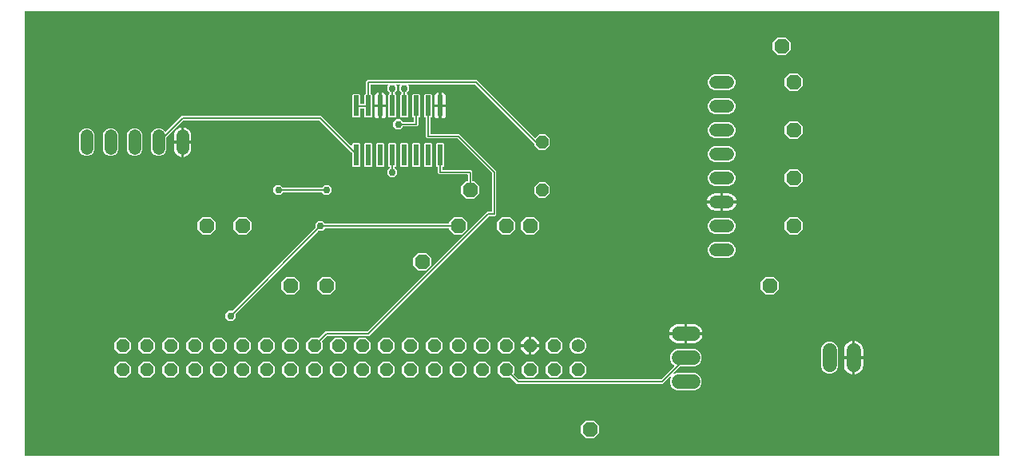
<source format=gbr>
G04 EAGLE Gerber RS-274X export*
G75*
%MOMM*%
%FSLAX34Y34*%
%LPD*%
%INTop Copper*%
%IPPOS*%
%AMOC8*
5,1,8,0,0,1.08239X$1,22.5*%
G01*
%ADD10C,1.524000*%
%ADD11P,1.732040X8X22.500000*%
%ADD12P,1.429621X8X112.500000*%
%ADD13C,1.320800*%
%ADD14C,1.422400*%
%ADD15P,1.539592X8X202.500000*%
%ADD16R,0.600000X2.200000*%
%ADD17C,0.152400*%
%ADD18C,0.756400*%

G36*
X1042998Y10164D02*
X1042998Y10164D01*
X1043017Y10162D01*
X1043119Y10184D01*
X1043221Y10200D01*
X1043238Y10210D01*
X1043258Y10214D01*
X1043347Y10267D01*
X1043438Y10316D01*
X1043452Y10330D01*
X1043469Y10340D01*
X1043536Y10419D01*
X1043608Y10494D01*
X1043616Y10512D01*
X1043629Y10527D01*
X1043668Y10623D01*
X1043711Y10717D01*
X1043713Y10737D01*
X1043721Y10755D01*
X1043739Y10922D01*
X1043739Y481078D01*
X1043736Y481098D01*
X1043738Y481117D01*
X1043716Y481219D01*
X1043700Y481321D01*
X1043690Y481338D01*
X1043686Y481358D01*
X1043633Y481447D01*
X1043584Y481538D01*
X1043570Y481552D01*
X1043560Y481569D01*
X1043481Y481636D01*
X1043406Y481708D01*
X1043388Y481716D01*
X1043373Y481729D01*
X1043277Y481768D01*
X1043183Y481811D01*
X1043163Y481813D01*
X1043145Y481821D01*
X1042978Y481839D01*
X10922Y481839D01*
X10902Y481836D01*
X10883Y481838D01*
X10781Y481816D01*
X10679Y481800D01*
X10662Y481790D01*
X10642Y481786D01*
X10553Y481733D01*
X10462Y481684D01*
X10448Y481670D01*
X10431Y481660D01*
X10364Y481581D01*
X10292Y481506D01*
X10284Y481488D01*
X10271Y481473D01*
X10232Y481377D01*
X10189Y481283D01*
X10187Y481263D01*
X10179Y481245D01*
X10161Y481078D01*
X10161Y10922D01*
X10164Y10902D01*
X10162Y10883D01*
X10184Y10781D01*
X10200Y10679D01*
X10210Y10662D01*
X10214Y10642D01*
X10267Y10553D01*
X10316Y10462D01*
X10330Y10448D01*
X10340Y10431D01*
X10419Y10364D01*
X10494Y10292D01*
X10512Y10284D01*
X10527Y10271D01*
X10623Y10232D01*
X10717Y10189D01*
X10737Y10187D01*
X10755Y10179D01*
X10922Y10161D01*
X1042978Y10161D01*
X1042998Y10164D01*
G37*
%LPC*%
G36*
X555433Y334771D02*
X555433Y334771D01*
X550671Y339533D01*
X550671Y341130D01*
X550657Y341220D01*
X550649Y341311D01*
X550637Y341340D01*
X550632Y341372D01*
X550589Y341453D01*
X550553Y341537D01*
X550527Y341569D01*
X550516Y341590D01*
X550493Y341612D01*
X550448Y341668D01*
X549940Y342176D01*
X488226Y403890D01*
X488152Y403943D01*
X488082Y404003D01*
X488052Y404015D01*
X488026Y404034D01*
X487939Y404061D01*
X487854Y404095D01*
X487813Y404099D01*
X487791Y404106D01*
X487759Y404105D01*
X487687Y404113D01*
X418029Y404113D01*
X417959Y404102D01*
X417887Y404100D01*
X417838Y404082D01*
X417787Y404074D01*
X417723Y404040D01*
X417656Y404015D01*
X417615Y403983D01*
X417569Y403958D01*
X417520Y403906D01*
X417464Y403862D01*
X417436Y403818D01*
X417400Y403780D01*
X417370Y403715D01*
X417331Y403655D01*
X417318Y403604D01*
X417296Y403557D01*
X417288Y403486D01*
X417271Y403416D01*
X417275Y403364D01*
X417269Y403313D01*
X417284Y403242D01*
X417290Y403171D01*
X417310Y403123D01*
X417321Y403072D01*
X417358Y403011D01*
X417386Y402945D01*
X417431Y402889D01*
X417448Y402861D01*
X417465Y402846D01*
X417491Y402814D01*
X418057Y402248D01*
X418057Y397852D01*
X415629Y395424D01*
X415587Y395366D01*
X415538Y395314D01*
X415516Y395267D01*
X415486Y395225D01*
X415464Y395156D01*
X415434Y395091D01*
X415429Y395039D01*
X415413Y394989D01*
X415415Y394918D01*
X415407Y394847D01*
X415418Y394796D01*
X415420Y394744D01*
X415444Y394676D01*
X415459Y394606D01*
X415486Y394561D01*
X415504Y394513D01*
X415549Y394457D01*
X415586Y394395D01*
X415625Y394361D01*
X415658Y394321D01*
X415718Y394282D01*
X415773Y394235D01*
X415821Y394216D01*
X415865Y394188D01*
X415934Y394170D01*
X416001Y394143D01*
X416072Y394135D01*
X416103Y394127D01*
X416126Y394129D01*
X416167Y394125D01*
X416382Y394125D01*
X417275Y393232D01*
X417275Y369968D01*
X416382Y369075D01*
X409118Y369075D01*
X408225Y369968D01*
X408225Y393232D01*
X409118Y394125D01*
X409333Y394125D01*
X409403Y394136D01*
X409475Y394138D01*
X409524Y394156D01*
X409575Y394164D01*
X409639Y394198D01*
X409706Y394223D01*
X409747Y394255D01*
X409793Y394280D01*
X409842Y394332D01*
X409898Y394376D01*
X409926Y394420D01*
X409962Y394458D01*
X409992Y394523D01*
X410031Y394583D01*
X410044Y394634D01*
X410066Y394681D01*
X410074Y394752D01*
X410091Y394822D01*
X410087Y394874D01*
X410093Y394925D01*
X410078Y394996D01*
X410072Y395067D01*
X410052Y395115D01*
X410041Y395166D01*
X410004Y395227D01*
X409976Y395293D01*
X409931Y395349D01*
X409914Y395377D01*
X409897Y395392D01*
X409871Y395424D01*
X407443Y397852D01*
X407443Y402248D01*
X408009Y402814D01*
X408051Y402872D01*
X408100Y402924D01*
X408122Y402971D01*
X408152Y403013D01*
X408174Y403082D01*
X408204Y403147D01*
X408209Y403199D01*
X408225Y403249D01*
X408223Y403320D01*
X408231Y403391D01*
X408220Y403442D01*
X408218Y403494D01*
X408194Y403562D01*
X408179Y403632D01*
X408152Y403677D01*
X408134Y403725D01*
X408089Y403781D01*
X408052Y403843D01*
X408013Y403877D01*
X407980Y403917D01*
X407920Y403956D01*
X407865Y404003D01*
X407817Y404022D01*
X407773Y404050D01*
X407704Y404068D01*
X407637Y404095D01*
X407566Y404103D01*
X407535Y404111D01*
X407512Y404109D01*
X407471Y404113D01*
X405329Y404113D01*
X405259Y404102D01*
X405187Y404100D01*
X405138Y404082D01*
X405087Y404074D01*
X405023Y404040D01*
X404956Y404015D01*
X404915Y403983D01*
X404869Y403958D01*
X404820Y403906D01*
X404764Y403862D01*
X404736Y403818D01*
X404700Y403780D01*
X404670Y403715D01*
X404631Y403655D01*
X404618Y403604D01*
X404596Y403557D01*
X404588Y403486D01*
X404571Y403416D01*
X404575Y403364D01*
X404569Y403313D01*
X404584Y403242D01*
X404590Y403171D01*
X404610Y403123D01*
X404621Y403072D01*
X404658Y403011D01*
X404686Y402945D01*
X404731Y402889D01*
X404748Y402861D01*
X404765Y402846D01*
X404791Y402814D01*
X405357Y402248D01*
X405357Y397852D01*
X402929Y395424D01*
X402887Y395366D01*
X402838Y395314D01*
X402816Y395267D01*
X402786Y395225D01*
X402764Y395156D01*
X402734Y395091D01*
X402729Y395039D01*
X402713Y394989D01*
X402715Y394918D01*
X402707Y394847D01*
X402718Y394796D01*
X402720Y394744D01*
X402744Y394676D01*
X402759Y394606D01*
X402786Y394561D01*
X402804Y394513D01*
X402849Y394457D01*
X402886Y394395D01*
X402925Y394361D01*
X402958Y394321D01*
X403018Y394282D01*
X403073Y394235D01*
X403121Y394216D01*
X403165Y394188D01*
X403234Y394170D01*
X403301Y394143D01*
X403372Y394135D01*
X403403Y394127D01*
X403426Y394129D01*
X403467Y394125D01*
X403682Y394125D01*
X404575Y393232D01*
X404575Y369968D01*
X403682Y369075D01*
X396418Y369075D01*
X395525Y369968D01*
X395525Y393232D01*
X396418Y394125D01*
X396633Y394125D01*
X396703Y394136D01*
X396775Y394138D01*
X396824Y394156D01*
X396875Y394164D01*
X396939Y394198D01*
X397006Y394223D01*
X397047Y394255D01*
X397093Y394280D01*
X397142Y394332D01*
X397198Y394376D01*
X397226Y394420D01*
X397262Y394458D01*
X397292Y394523D01*
X397331Y394583D01*
X397344Y394634D01*
X397366Y394681D01*
X397374Y394752D01*
X397391Y394822D01*
X397387Y394874D01*
X397393Y394925D01*
X397378Y394996D01*
X397372Y395067D01*
X397352Y395115D01*
X397341Y395166D01*
X397304Y395227D01*
X397276Y395293D01*
X397231Y395349D01*
X397214Y395377D01*
X397197Y395392D01*
X397171Y395424D01*
X394743Y397852D01*
X394743Y402248D01*
X395309Y402814D01*
X395351Y402872D01*
X395400Y402924D01*
X395422Y402971D01*
X395452Y403013D01*
X395474Y403082D01*
X395504Y403147D01*
X395509Y403199D01*
X395525Y403249D01*
X395523Y403320D01*
X395531Y403391D01*
X395520Y403442D01*
X395518Y403494D01*
X395494Y403562D01*
X395479Y403632D01*
X395452Y403677D01*
X395434Y403725D01*
X395389Y403781D01*
X395352Y403843D01*
X395313Y403877D01*
X395280Y403917D01*
X395220Y403956D01*
X395165Y404003D01*
X395117Y404022D01*
X395073Y404050D01*
X395004Y404068D01*
X394937Y404095D01*
X394866Y404103D01*
X394835Y404111D01*
X394812Y404109D01*
X394771Y404113D01*
X377698Y404113D01*
X377678Y404110D01*
X377659Y404112D01*
X377557Y404090D01*
X377455Y404074D01*
X377438Y404064D01*
X377418Y404060D01*
X377329Y404007D01*
X377238Y403958D01*
X377224Y403944D01*
X377207Y403934D01*
X377140Y403855D01*
X377068Y403780D01*
X377060Y403762D01*
X377047Y403747D01*
X377008Y403651D01*
X376965Y403557D01*
X376963Y403537D01*
X376955Y403519D01*
X376937Y403352D01*
X376937Y394886D01*
X376940Y394866D01*
X376938Y394847D01*
X376960Y394745D01*
X376976Y394643D01*
X376986Y394626D01*
X376990Y394606D01*
X377043Y394517D01*
X377092Y394426D01*
X377106Y394412D01*
X377116Y394395D01*
X377195Y394328D01*
X377270Y394256D01*
X377288Y394248D01*
X377303Y394235D01*
X377399Y394196D01*
X377493Y394153D01*
X377513Y394151D01*
X377531Y394143D01*
X377698Y394125D01*
X378282Y394125D01*
X379175Y393232D01*
X379175Y369968D01*
X378282Y369075D01*
X371018Y369075D01*
X370125Y369968D01*
X370125Y377952D01*
X370122Y377972D01*
X370124Y377991D01*
X370102Y378093D01*
X370086Y378195D01*
X370076Y378212D01*
X370072Y378232D01*
X370019Y378321D01*
X369970Y378412D01*
X369956Y378426D01*
X369946Y378443D01*
X369867Y378510D01*
X369792Y378582D01*
X369774Y378590D01*
X369759Y378603D01*
X369663Y378642D01*
X369569Y378685D01*
X369549Y378687D01*
X369531Y378695D01*
X369364Y378713D01*
X367236Y378713D01*
X367216Y378710D01*
X367197Y378712D01*
X367095Y378690D01*
X366993Y378674D01*
X366976Y378664D01*
X366956Y378660D01*
X366867Y378607D01*
X366776Y378558D01*
X366762Y378544D01*
X366745Y378534D01*
X366678Y378455D01*
X366606Y378380D01*
X366598Y378362D01*
X366585Y378347D01*
X366546Y378251D01*
X366503Y378157D01*
X366501Y378137D01*
X366493Y378119D01*
X366475Y377952D01*
X366475Y369968D01*
X365582Y369075D01*
X358318Y369075D01*
X357425Y369968D01*
X357425Y393232D01*
X358318Y394125D01*
X365582Y394125D01*
X366475Y393232D01*
X366475Y384048D01*
X366478Y384028D01*
X366476Y384009D01*
X366498Y383907D01*
X366514Y383805D01*
X366524Y383788D01*
X366528Y383768D01*
X366581Y383679D01*
X366630Y383588D01*
X366644Y383574D01*
X366654Y383557D01*
X366733Y383490D01*
X366808Y383418D01*
X366826Y383410D01*
X366841Y383397D01*
X366937Y383358D01*
X367031Y383315D01*
X367051Y383313D01*
X367069Y383305D01*
X367236Y383287D01*
X369364Y383287D01*
X369384Y383290D01*
X369403Y383288D01*
X369505Y383310D01*
X369607Y383326D01*
X369624Y383336D01*
X369644Y383340D01*
X369733Y383393D01*
X369824Y383442D01*
X369838Y383456D01*
X369855Y383466D01*
X369922Y383545D01*
X369994Y383620D01*
X370002Y383638D01*
X370015Y383653D01*
X370054Y383749D01*
X370097Y383843D01*
X370099Y383863D01*
X370107Y383881D01*
X370125Y384048D01*
X370125Y393232D01*
X371018Y394125D01*
X371602Y394125D01*
X371622Y394128D01*
X371641Y394126D01*
X371743Y394148D01*
X371845Y394164D01*
X371862Y394174D01*
X371882Y394178D01*
X371971Y394231D01*
X372062Y394280D01*
X372076Y394294D01*
X372093Y394304D01*
X372160Y394383D01*
X372232Y394458D01*
X372240Y394476D01*
X372253Y394491D01*
X372292Y394587D01*
X372335Y394681D01*
X372337Y394701D01*
X372345Y394719D01*
X372363Y394886D01*
X372363Y407347D01*
X373703Y408687D01*
X489897Y408687D01*
X550956Y347628D01*
X550972Y347616D01*
X550984Y347601D01*
X551072Y347545D01*
X551156Y347485D01*
X551174Y347479D01*
X551191Y347468D01*
X551292Y347443D01*
X551391Y347412D01*
X551411Y347413D01*
X551430Y347408D01*
X551533Y347416D01*
X551636Y347419D01*
X551655Y347425D01*
X551675Y347427D01*
X551770Y347467D01*
X551868Y347503D01*
X551883Y347516D01*
X551901Y347523D01*
X552032Y347628D01*
X555433Y351029D01*
X562167Y351029D01*
X566929Y346267D01*
X566929Y339533D01*
X562167Y334771D01*
X555433Y334771D01*
G37*
%LPD*%
%LPC*%
G36*
X313923Y118363D02*
X313923Y118363D01*
X308863Y123423D01*
X308863Y130577D01*
X313923Y135637D01*
X321077Y135637D01*
X321452Y135262D01*
X321468Y135251D01*
X321480Y135235D01*
X321568Y135179D01*
X321652Y135119D01*
X321671Y135113D01*
X321687Y135102D01*
X321788Y135077D01*
X321887Y135046D01*
X321907Y135047D01*
X321926Y135042D01*
X322029Y135050D01*
X322133Y135053D01*
X322151Y135060D01*
X322171Y135061D01*
X322266Y135102D01*
X322364Y135137D01*
X322379Y135150D01*
X322397Y135158D01*
X322528Y135262D01*
X329253Y141987D01*
X373387Y141987D01*
X373478Y142001D01*
X373568Y142009D01*
X373598Y142021D01*
X373630Y142026D01*
X373711Y142069D01*
X373795Y142105D01*
X373827Y142131D01*
X373848Y142142D01*
X373870Y142165D01*
X373926Y142210D01*
X500703Y268987D01*
X504952Y268987D01*
X504972Y268990D01*
X504991Y268988D01*
X505093Y269010D01*
X505195Y269026D01*
X505212Y269036D01*
X505232Y269040D01*
X505321Y269093D01*
X505412Y269142D01*
X505426Y269156D01*
X505443Y269166D01*
X505510Y269245D01*
X505582Y269320D01*
X505590Y269338D01*
X505603Y269353D01*
X505642Y269449D01*
X505685Y269543D01*
X505687Y269563D01*
X505695Y269581D01*
X505713Y269748D01*
X505713Y309887D01*
X505699Y309978D01*
X505691Y310068D01*
X505679Y310098D01*
X505674Y310130D01*
X505631Y310211D01*
X505595Y310295D01*
X505569Y310327D01*
X505558Y310348D01*
X505535Y310370D01*
X505490Y310426D01*
X469176Y346740D01*
X469102Y346793D01*
X469032Y346853D01*
X469002Y346865D01*
X468976Y346884D01*
X468889Y346911D01*
X468804Y346945D01*
X468763Y346949D01*
X468741Y346956D01*
X468709Y346955D01*
X468637Y346963D01*
X437203Y346963D01*
X435863Y348303D01*
X435863Y368314D01*
X435860Y368334D01*
X435862Y368353D01*
X435840Y368455D01*
X435824Y368557D01*
X435814Y368574D01*
X435810Y368594D01*
X435757Y368683D01*
X435708Y368774D01*
X435694Y368788D01*
X435684Y368805D01*
X435605Y368872D01*
X435530Y368944D01*
X435512Y368952D01*
X435497Y368965D01*
X435401Y369004D01*
X435307Y369047D01*
X435287Y369049D01*
X435269Y369057D01*
X435102Y369075D01*
X434518Y369075D01*
X433625Y369968D01*
X433625Y393232D01*
X434518Y394125D01*
X441782Y394125D01*
X442675Y393232D01*
X442675Y369968D01*
X441782Y369075D01*
X441198Y369075D01*
X441178Y369072D01*
X441159Y369074D01*
X441057Y369052D01*
X440955Y369036D01*
X440938Y369026D01*
X440918Y369022D01*
X440829Y368969D01*
X440738Y368920D01*
X440724Y368906D01*
X440707Y368896D01*
X440640Y368817D01*
X440568Y368742D01*
X440560Y368724D01*
X440547Y368709D01*
X440508Y368613D01*
X440465Y368519D01*
X440463Y368499D01*
X440455Y368481D01*
X440437Y368314D01*
X440437Y352298D01*
X440440Y352278D01*
X440438Y352259D01*
X440460Y352157D01*
X440476Y352055D01*
X440486Y352038D01*
X440490Y352018D01*
X440543Y351929D01*
X440592Y351838D01*
X440606Y351824D01*
X440616Y351807D01*
X440695Y351740D01*
X440770Y351668D01*
X440788Y351660D01*
X440803Y351647D01*
X440899Y351608D01*
X440993Y351565D01*
X441013Y351563D01*
X441031Y351555D01*
X441198Y351537D01*
X470847Y351537D01*
X510287Y312097D01*
X510287Y265753D01*
X508947Y264413D01*
X502913Y264413D01*
X502822Y264399D01*
X502732Y264391D01*
X502702Y264379D01*
X502670Y264374D01*
X502589Y264331D01*
X502505Y264295D01*
X502473Y264269D01*
X502452Y264258D01*
X502430Y264235D01*
X502374Y264190D01*
X375597Y137413D01*
X331463Y137413D01*
X331372Y137399D01*
X331282Y137391D01*
X331252Y137379D01*
X331220Y137374D01*
X331139Y137331D01*
X331055Y137295D01*
X331023Y137269D01*
X331002Y137258D01*
X330980Y137235D01*
X330924Y137190D01*
X325762Y132028D01*
X325751Y132012D01*
X325735Y132000D01*
X325679Y131913D01*
X325619Y131829D01*
X325613Y131810D01*
X325602Y131793D01*
X325577Y131692D01*
X325546Y131594D01*
X325547Y131574D01*
X325542Y131554D01*
X325550Y131451D01*
X325553Y131348D01*
X325560Y131329D01*
X325561Y131309D01*
X325602Y131214D01*
X325637Y131117D01*
X325650Y131101D01*
X325658Y131083D01*
X325762Y130952D01*
X326137Y130577D01*
X326137Y123423D01*
X321077Y118363D01*
X313923Y118363D01*
G37*
%LPD*%
%LPC*%
G36*
X701761Y79755D02*
X701761Y79755D01*
X698400Y81147D01*
X695827Y83720D01*
X694435Y87081D01*
X694435Y90719D01*
X695504Y93299D01*
X695526Y93394D01*
X695555Y93487D01*
X695554Y93513D01*
X695560Y93538D01*
X695551Y93635D01*
X695548Y93732D01*
X695539Y93757D01*
X695537Y93783D01*
X695497Y93872D01*
X695464Y93963D01*
X695448Y93984D01*
X695437Y94008D01*
X695371Y94080D01*
X695310Y94156D01*
X695288Y94170D01*
X695270Y94189D01*
X695185Y94236D01*
X695103Y94289D01*
X695078Y94295D01*
X695055Y94308D01*
X694959Y94325D01*
X694865Y94349D01*
X694839Y94347D01*
X694813Y94351D01*
X694716Y94337D01*
X694620Y94329D01*
X694596Y94319D01*
X694570Y94315D01*
X694483Y94271D01*
X694393Y94233D01*
X694368Y94213D01*
X694350Y94204D01*
X694327Y94180D01*
X694262Y94128D01*
X688310Y88176D01*
X686747Y86613D01*
X532453Y86613D01*
X525728Y93338D01*
X525712Y93349D01*
X525700Y93365D01*
X525613Y93421D01*
X525529Y93481D01*
X525510Y93487D01*
X525493Y93498D01*
X525392Y93523D01*
X525294Y93554D01*
X525274Y93553D01*
X525254Y93558D01*
X525151Y93550D01*
X525048Y93547D01*
X525029Y93540D01*
X525009Y93539D01*
X524914Y93498D01*
X524817Y93463D01*
X524801Y93450D01*
X524783Y93442D01*
X524652Y93338D01*
X524277Y92963D01*
X517123Y92963D01*
X512063Y98023D01*
X512063Y105177D01*
X517123Y110237D01*
X524277Y110237D01*
X529337Y105177D01*
X529337Y98023D01*
X528962Y97648D01*
X528951Y97632D01*
X528935Y97620D01*
X528879Y97532D01*
X528819Y97448D01*
X528813Y97429D01*
X528802Y97413D01*
X528777Y97312D01*
X528746Y97213D01*
X528747Y97193D01*
X528742Y97174D01*
X528750Y97071D01*
X528753Y96967D01*
X528760Y96949D01*
X528761Y96929D01*
X528802Y96834D01*
X528837Y96736D01*
X528850Y96721D01*
X528858Y96703D01*
X528962Y96572D01*
X534124Y91410D01*
X534198Y91357D01*
X534268Y91297D01*
X534298Y91285D01*
X534324Y91266D01*
X534411Y91239D01*
X534496Y91205D01*
X534537Y91201D01*
X534559Y91194D01*
X534591Y91195D01*
X534663Y91187D01*
X684537Y91187D01*
X684628Y91201D01*
X684718Y91209D01*
X684748Y91221D01*
X684780Y91226D01*
X684861Y91269D01*
X684945Y91305D01*
X684977Y91331D01*
X684998Y91342D01*
X685020Y91365D01*
X685076Y91410D01*
X698877Y105211D01*
X698904Y105248D01*
X698937Y105279D01*
X698975Y105347D01*
X699020Y105410D01*
X699034Y105454D01*
X699056Y105495D01*
X699070Y105571D01*
X699093Y105645D01*
X699091Y105691D01*
X699100Y105737D01*
X699088Y105814D01*
X699086Y105891D01*
X699071Y105934D01*
X699064Y105980D01*
X699029Y106049D01*
X699002Y106122D01*
X698973Y106158D01*
X698952Y106199D01*
X698897Y106254D01*
X698848Y106314D01*
X698809Y106339D01*
X698777Y106371D01*
X698657Y106437D01*
X698641Y106447D01*
X698636Y106449D01*
X698630Y106452D01*
X698400Y106547D01*
X695827Y109120D01*
X694435Y112481D01*
X694435Y116119D01*
X695827Y119480D01*
X698400Y122053D01*
X701761Y123445D01*
X720639Y123445D01*
X724000Y122053D01*
X726573Y119480D01*
X727965Y116119D01*
X727965Y112481D01*
X726573Y109120D01*
X724000Y106547D01*
X720639Y105155D01*
X705605Y105155D01*
X705514Y105141D01*
X705424Y105133D01*
X705394Y105121D01*
X705362Y105116D01*
X705281Y105073D01*
X705197Y105037D01*
X705165Y105011D01*
X705144Y105000D01*
X705122Y104977D01*
X705066Y104932D01*
X698352Y98218D01*
X698306Y98154D01*
X698285Y98133D01*
X698280Y98121D01*
X698233Y98064D01*
X698223Y98039D01*
X698208Y98018D01*
X698179Y97925D01*
X698145Y97834D01*
X698143Y97808D01*
X698136Y97783D01*
X698138Y97686D01*
X698134Y97588D01*
X698141Y97563D01*
X698142Y97537D01*
X698176Y97446D01*
X698203Y97352D01*
X698218Y97331D01*
X698227Y97306D01*
X698287Y97230D01*
X698343Y97150D01*
X698364Y97134D01*
X698380Y97114D01*
X698462Y97061D01*
X698540Y97003D01*
X698565Y96995D01*
X698587Y96981D01*
X698682Y96957D01*
X698774Y96927D01*
X698800Y96927D01*
X698826Y96921D01*
X698923Y96929D01*
X699020Y96929D01*
X699052Y96939D01*
X699071Y96940D01*
X699101Y96953D01*
X699181Y96976D01*
X701761Y98045D01*
X720639Y98045D01*
X724000Y96653D01*
X726573Y94080D01*
X727965Y90719D01*
X727965Y87081D01*
X726573Y83720D01*
X724000Y81147D01*
X720639Y79755D01*
X701761Y79755D01*
G37*
%LPD*%
%LPC*%
G36*
X226402Y153443D02*
X226402Y153443D01*
X223293Y156552D01*
X223293Y160948D01*
X226402Y164057D01*
X230357Y164057D01*
X230448Y164071D01*
X230538Y164079D01*
X230568Y164091D01*
X230600Y164096D01*
X230681Y164139D01*
X230765Y164175D01*
X230797Y164201D01*
X230818Y164212D01*
X230840Y164235D01*
X230896Y164280D01*
X318320Y251704D01*
X318363Y251763D01*
X318407Y251810D01*
X318415Y251827D01*
X318433Y251848D01*
X318445Y251878D01*
X318464Y251904D01*
X318489Y251987D01*
X318511Y252033D01*
X318512Y252044D01*
X318525Y252076D01*
X318529Y252117D01*
X318536Y252139D01*
X318535Y252171D01*
X318543Y252243D01*
X318543Y256198D01*
X321652Y259307D01*
X326048Y259307D01*
X328845Y256510D01*
X328919Y256457D01*
X328989Y256397D01*
X329019Y256385D01*
X329045Y256366D01*
X329132Y256339D01*
X329217Y256305D01*
X329258Y256301D01*
X329280Y256294D01*
X329312Y256295D01*
X329383Y256287D01*
X459613Y256287D01*
X459633Y256290D01*
X459652Y256288D01*
X459754Y256310D01*
X459856Y256326D01*
X459873Y256336D01*
X459893Y256340D01*
X459982Y256393D01*
X460073Y256442D01*
X460087Y256456D01*
X460104Y256466D01*
X460171Y256545D01*
X460243Y256620D01*
X460251Y256638D01*
X460264Y256653D01*
X460303Y256749D01*
X460346Y256843D01*
X460348Y256863D01*
X460356Y256881D01*
X460374Y257048D01*
X460374Y257946D01*
X465954Y263526D01*
X473846Y263526D01*
X479426Y257946D01*
X479426Y250054D01*
X473846Y244474D01*
X465954Y244474D01*
X460374Y250054D01*
X460374Y250952D01*
X460371Y250972D01*
X460373Y250991D01*
X460351Y251093D01*
X460335Y251195D01*
X460325Y251212D01*
X460321Y251232D01*
X460268Y251321D01*
X460219Y251412D01*
X460205Y251426D01*
X460195Y251443D01*
X460116Y251510D01*
X460041Y251582D01*
X460023Y251590D01*
X460008Y251603D01*
X459912Y251642D01*
X459818Y251685D01*
X459798Y251687D01*
X459780Y251695D01*
X459613Y251713D01*
X329383Y251713D01*
X329293Y251699D01*
X329202Y251691D01*
X329173Y251679D01*
X329141Y251674D01*
X329060Y251631D01*
X328976Y251595D01*
X328944Y251569D01*
X328923Y251558D01*
X328901Y251535D01*
X328845Y251490D01*
X326048Y248693D01*
X322093Y248693D01*
X322002Y248679D01*
X321912Y248671D01*
X321882Y248659D01*
X321850Y248654D01*
X321769Y248611D01*
X321685Y248575D01*
X321653Y248549D01*
X321632Y248538D01*
X321610Y248515D01*
X321554Y248470D01*
X234130Y161046D01*
X234077Y160972D01*
X234017Y160902D01*
X234005Y160872D01*
X233986Y160846D01*
X233959Y160759D01*
X233925Y160674D01*
X233921Y160633D01*
X233914Y160611D01*
X233915Y160579D01*
X233907Y160507D01*
X233907Y156552D01*
X230798Y153443D01*
X226402Y153443D01*
G37*
%LPD*%
%LPC*%
G36*
X358318Y317075D02*
X358318Y317075D01*
X357425Y317968D01*
X357425Y331175D01*
X357411Y331266D01*
X357403Y331356D01*
X357391Y331386D01*
X357386Y331418D01*
X357343Y331499D01*
X357307Y331583D01*
X357281Y331615D01*
X357270Y331636D01*
X357247Y331658D01*
X357202Y331714D01*
X323126Y365790D01*
X323052Y365843D01*
X322982Y365903D01*
X322952Y365915D01*
X322926Y365934D01*
X322839Y365961D01*
X322754Y365995D01*
X322713Y365999D01*
X322691Y366006D01*
X322659Y366005D01*
X322587Y366013D01*
X179063Y366013D01*
X178972Y365999D01*
X178882Y365991D01*
X178852Y365979D01*
X178820Y365974D01*
X178739Y365931D01*
X178655Y365895D01*
X178623Y365869D01*
X178602Y365858D01*
X178580Y365835D01*
X178524Y365790D01*
X160752Y348018D01*
X160699Y347944D01*
X160639Y347874D01*
X160627Y347844D01*
X160608Y347818D01*
X160581Y347731D01*
X160547Y347646D01*
X160543Y347605D01*
X160536Y347583D01*
X160537Y347551D01*
X160529Y347479D01*
X160529Y334679D01*
X159291Y331691D01*
X157005Y329405D01*
X154017Y328167D01*
X150783Y328167D01*
X147795Y329405D01*
X145509Y331691D01*
X144271Y334679D01*
X144271Y351121D01*
X145509Y354109D01*
X147795Y356395D01*
X150783Y357633D01*
X154017Y357633D01*
X157005Y356395D01*
X159295Y354105D01*
X159311Y354093D01*
X159323Y354078D01*
X159410Y354022D01*
X159494Y353962D01*
X159513Y353956D01*
X159530Y353945D01*
X159631Y353920D01*
X159729Y353889D01*
X159749Y353890D01*
X159769Y353885D01*
X159872Y353893D01*
X159975Y353896D01*
X159994Y353902D01*
X160014Y353904D01*
X160109Y353944D01*
X160206Y353980D01*
X160222Y353993D01*
X160240Y354000D01*
X160371Y354105D01*
X176853Y370587D01*
X324797Y370587D01*
X326360Y369024D01*
X356126Y339258D01*
X356184Y339216D01*
X356236Y339167D01*
X356283Y339145D01*
X356325Y339115D01*
X356394Y339094D01*
X356459Y339063D01*
X356511Y339058D01*
X356561Y339042D01*
X356632Y339044D01*
X356703Y339036D01*
X356754Y339047D01*
X356806Y339049D01*
X356874Y339073D01*
X356944Y339088D01*
X356989Y339115D01*
X357037Y339133D01*
X357093Y339178D01*
X357155Y339215D01*
X357189Y339254D01*
X357229Y339287D01*
X357268Y339347D01*
X357315Y339402D01*
X357334Y339450D01*
X357362Y339494D01*
X357380Y339563D01*
X357407Y339630D01*
X357415Y339701D01*
X357423Y339732D01*
X357421Y339756D01*
X357425Y339796D01*
X357425Y341232D01*
X358318Y342125D01*
X365582Y342125D01*
X366475Y341232D01*
X366475Y317968D01*
X365582Y317075D01*
X358318Y317075D01*
G37*
%LPD*%
%LPC*%
G36*
X478654Y282574D02*
X478654Y282574D01*
X473074Y288154D01*
X473074Y296046D01*
X478654Y301626D01*
X479552Y301626D01*
X479572Y301629D01*
X479591Y301627D01*
X479693Y301649D01*
X479795Y301665D01*
X479812Y301675D01*
X479832Y301679D01*
X479921Y301732D01*
X480012Y301781D01*
X480026Y301795D01*
X480043Y301805D01*
X480110Y301884D01*
X480182Y301959D01*
X480190Y301977D01*
X480203Y301992D01*
X480242Y302088D01*
X480285Y302182D01*
X480287Y302202D01*
X480295Y302220D01*
X480313Y302387D01*
X480313Y308102D01*
X480310Y308122D01*
X480312Y308141D01*
X480290Y308243D01*
X480274Y308345D01*
X480264Y308362D01*
X480260Y308382D01*
X480207Y308471D01*
X480158Y308562D01*
X480144Y308576D01*
X480134Y308593D01*
X480055Y308660D01*
X479980Y308732D01*
X479962Y308740D01*
X479947Y308753D01*
X479851Y308792D01*
X479757Y308835D01*
X479737Y308837D01*
X479719Y308845D01*
X479552Y308863D01*
X449903Y308863D01*
X448563Y310203D01*
X448563Y316314D01*
X448560Y316334D01*
X448562Y316353D01*
X448540Y316455D01*
X448524Y316557D01*
X448514Y316574D01*
X448510Y316594D01*
X448457Y316683D01*
X448408Y316774D01*
X448394Y316788D01*
X448384Y316805D01*
X448305Y316872D01*
X448230Y316944D01*
X448212Y316952D01*
X448197Y316965D01*
X448101Y317004D01*
X448007Y317047D01*
X447987Y317049D01*
X447969Y317057D01*
X447802Y317075D01*
X447218Y317075D01*
X446325Y317968D01*
X446325Y341232D01*
X447218Y342125D01*
X454482Y342125D01*
X455375Y341232D01*
X455375Y317968D01*
X454482Y317075D01*
X453898Y317075D01*
X453878Y317072D01*
X453859Y317074D01*
X453757Y317052D01*
X453655Y317036D01*
X453638Y317026D01*
X453618Y317022D01*
X453529Y316969D01*
X453438Y316920D01*
X453424Y316906D01*
X453407Y316896D01*
X453340Y316817D01*
X453268Y316742D01*
X453260Y316724D01*
X453247Y316709D01*
X453208Y316613D01*
X453165Y316519D01*
X453163Y316499D01*
X453155Y316481D01*
X453137Y316314D01*
X453137Y314198D01*
X453140Y314178D01*
X453138Y314159D01*
X453160Y314057D01*
X453176Y313955D01*
X453186Y313938D01*
X453190Y313918D01*
X453243Y313829D01*
X453292Y313738D01*
X453306Y313724D01*
X453316Y313707D01*
X453395Y313640D01*
X453470Y313568D01*
X453488Y313560D01*
X453503Y313547D01*
X453599Y313508D01*
X453693Y313465D01*
X453713Y313463D01*
X453731Y313455D01*
X453898Y313437D01*
X483547Y313437D01*
X484887Y312097D01*
X484887Y302387D01*
X484890Y302367D01*
X484888Y302348D01*
X484910Y302246D01*
X484926Y302144D01*
X484936Y302127D01*
X484940Y302107D01*
X484993Y302018D01*
X485042Y301927D01*
X485056Y301913D01*
X485066Y301896D01*
X485145Y301829D01*
X485220Y301757D01*
X485238Y301749D01*
X485253Y301736D01*
X485349Y301697D01*
X485443Y301654D01*
X485463Y301652D01*
X485481Y301644D01*
X485648Y301626D01*
X486546Y301626D01*
X492126Y296046D01*
X492126Y288154D01*
X486546Y282574D01*
X478654Y282574D01*
G37*
%LPD*%
%LPC*%
G36*
X861781Y97535D02*
X861781Y97535D01*
X858420Y98927D01*
X855847Y101500D01*
X854455Y104861D01*
X854455Y123739D01*
X855847Y127100D01*
X858420Y129673D01*
X861781Y131065D01*
X865419Y131065D01*
X868780Y129673D01*
X871353Y127100D01*
X872745Y123739D01*
X872745Y104861D01*
X871353Y101500D01*
X868780Y98927D01*
X865419Y97535D01*
X861781Y97535D01*
G37*
%LPD*%
%LPC*%
G36*
X741079Y347471D02*
X741079Y347471D01*
X738091Y348709D01*
X735805Y350995D01*
X734567Y353983D01*
X734567Y357217D01*
X735805Y360205D01*
X738091Y362491D01*
X741079Y363729D01*
X757521Y363729D01*
X760509Y362491D01*
X762795Y360205D01*
X764033Y357217D01*
X764033Y353983D01*
X762795Y350995D01*
X760509Y348709D01*
X757521Y347471D01*
X741079Y347471D01*
G37*
%LPD*%
%LPC*%
G36*
X125383Y328167D02*
X125383Y328167D01*
X122395Y329405D01*
X120109Y331691D01*
X118871Y334679D01*
X118871Y351121D01*
X120109Y354109D01*
X122395Y356395D01*
X125383Y357633D01*
X128617Y357633D01*
X131605Y356395D01*
X133891Y354109D01*
X135129Y351121D01*
X135129Y334679D01*
X133891Y331691D01*
X131605Y329405D01*
X128617Y328167D01*
X125383Y328167D01*
G37*
%LPD*%
%LPC*%
G36*
X741079Y398271D02*
X741079Y398271D01*
X738091Y399509D01*
X735805Y401795D01*
X734567Y404783D01*
X734567Y408017D01*
X735805Y411005D01*
X738091Y413291D01*
X741079Y414529D01*
X757521Y414529D01*
X760509Y413291D01*
X762795Y411005D01*
X764033Y408017D01*
X764033Y404783D01*
X762795Y401795D01*
X760509Y399509D01*
X757521Y398271D01*
X741079Y398271D01*
G37*
%LPD*%
%LPC*%
G36*
X99983Y328167D02*
X99983Y328167D01*
X96995Y329405D01*
X94709Y331691D01*
X93471Y334679D01*
X93471Y351121D01*
X94709Y354109D01*
X96995Y356395D01*
X99983Y357633D01*
X103217Y357633D01*
X106205Y356395D01*
X108491Y354109D01*
X109729Y351121D01*
X109729Y334679D01*
X108491Y331691D01*
X106205Y329405D01*
X103217Y328167D01*
X99983Y328167D01*
G37*
%LPD*%
%LPC*%
G36*
X741079Y296671D02*
X741079Y296671D01*
X738091Y297909D01*
X735805Y300195D01*
X734567Y303183D01*
X734567Y306417D01*
X735805Y309405D01*
X738091Y311691D01*
X741079Y312929D01*
X757521Y312929D01*
X760509Y311691D01*
X762795Y309405D01*
X764033Y306417D01*
X764033Y303183D01*
X762795Y300195D01*
X760509Y297909D01*
X757521Y296671D01*
X741079Y296671D01*
G37*
%LPD*%
%LPC*%
G36*
X74583Y328167D02*
X74583Y328167D01*
X71595Y329405D01*
X69309Y331691D01*
X68071Y334679D01*
X68071Y351121D01*
X69309Y354109D01*
X71595Y356395D01*
X74583Y357633D01*
X77817Y357633D01*
X80805Y356395D01*
X83091Y354109D01*
X84329Y351121D01*
X84329Y334679D01*
X83091Y331691D01*
X80805Y329405D01*
X77817Y328167D01*
X74583Y328167D01*
G37*
%LPD*%
%LPC*%
G36*
X741079Y245871D02*
X741079Y245871D01*
X738091Y247109D01*
X735805Y249395D01*
X734567Y252383D01*
X734567Y255617D01*
X735805Y258605D01*
X738091Y260891D01*
X741079Y262129D01*
X757521Y262129D01*
X760509Y260891D01*
X762795Y258605D01*
X764033Y255617D01*
X764033Y252383D01*
X762795Y249395D01*
X760509Y247109D01*
X757521Y245871D01*
X741079Y245871D01*
G37*
%LPD*%
%LPC*%
G36*
X741079Y220471D02*
X741079Y220471D01*
X738091Y221709D01*
X735805Y223995D01*
X734567Y226983D01*
X734567Y230217D01*
X735805Y233205D01*
X738091Y235491D01*
X741079Y236729D01*
X757521Y236729D01*
X760509Y235491D01*
X762795Y233205D01*
X764033Y230217D01*
X764033Y226983D01*
X762795Y223995D01*
X760509Y221709D01*
X757521Y220471D01*
X741079Y220471D01*
G37*
%LPD*%
%LPC*%
G36*
X741079Y372871D02*
X741079Y372871D01*
X738091Y374109D01*
X735805Y376395D01*
X734567Y379383D01*
X734567Y382617D01*
X735805Y385605D01*
X738091Y387891D01*
X741079Y389129D01*
X757521Y389129D01*
X760509Y387891D01*
X762795Y385605D01*
X764033Y382617D01*
X764033Y379383D01*
X762795Y376395D01*
X760509Y374109D01*
X757521Y372871D01*
X741079Y372871D01*
G37*
%LPD*%
%LPC*%
G36*
X741079Y322071D02*
X741079Y322071D01*
X738091Y323309D01*
X735805Y325595D01*
X734567Y328583D01*
X734567Y331817D01*
X735805Y334805D01*
X738091Y337091D01*
X741079Y338329D01*
X757521Y338329D01*
X760509Y337091D01*
X762795Y334805D01*
X764033Y331817D01*
X764033Y328583D01*
X762795Y325595D01*
X760509Y323309D01*
X757521Y322071D01*
X741079Y322071D01*
G37*
%LPD*%
%LPC*%
G36*
X404202Y356643D02*
X404202Y356643D01*
X401093Y359752D01*
X401093Y364148D01*
X404202Y367257D01*
X408598Y367257D01*
X411395Y364460D01*
X411469Y364407D01*
X411539Y364347D01*
X411569Y364335D01*
X411595Y364316D01*
X411682Y364289D01*
X411767Y364255D01*
X411808Y364251D01*
X411830Y364244D01*
X411862Y364245D01*
X411933Y364237D01*
X422402Y364237D01*
X422422Y364240D01*
X422441Y364238D01*
X422543Y364260D01*
X422645Y364276D01*
X422662Y364286D01*
X422682Y364290D01*
X422771Y364343D01*
X422862Y364392D01*
X422876Y364406D01*
X422893Y364416D01*
X422960Y364495D01*
X423032Y364570D01*
X423040Y364588D01*
X423053Y364603D01*
X423092Y364699D01*
X423135Y364793D01*
X423137Y364813D01*
X423145Y364831D01*
X423163Y364998D01*
X423163Y368314D01*
X423160Y368334D01*
X423162Y368353D01*
X423140Y368455D01*
X423124Y368557D01*
X423114Y368574D01*
X423110Y368594D01*
X423057Y368683D01*
X423008Y368774D01*
X422994Y368788D01*
X422984Y368805D01*
X422905Y368872D01*
X422830Y368944D01*
X422812Y368952D01*
X422797Y368965D01*
X422701Y369004D01*
X422607Y369047D01*
X422587Y369049D01*
X422569Y369057D01*
X422402Y369075D01*
X421818Y369075D01*
X420925Y369968D01*
X420925Y393232D01*
X421818Y394125D01*
X429082Y394125D01*
X429975Y393232D01*
X429975Y369968D01*
X429082Y369075D01*
X428498Y369075D01*
X428478Y369072D01*
X428459Y369074D01*
X428357Y369052D01*
X428255Y369036D01*
X428238Y369026D01*
X428218Y369022D01*
X428129Y368969D01*
X428038Y368920D01*
X428024Y368906D01*
X428007Y368896D01*
X427940Y368817D01*
X427868Y368742D01*
X427860Y368724D01*
X427847Y368709D01*
X427808Y368613D01*
X427765Y368519D01*
X427763Y368499D01*
X427755Y368481D01*
X427737Y368314D01*
X427737Y361003D01*
X426397Y359663D01*
X411933Y359663D01*
X411843Y359649D01*
X411752Y359641D01*
X411723Y359629D01*
X411691Y359624D01*
X411610Y359581D01*
X411526Y359545D01*
X411494Y359519D01*
X411473Y359508D01*
X411451Y359485D01*
X411395Y359440D01*
X408598Y356643D01*
X404202Y356643D01*
G37*
%LPD*%
%LPC*%
G36*
X277202Y286793D02*
X277202Y286793D01*
X274093Y289902D01*
X274093Y294298D01*
X277202Y297407D01*
X281598Y297407D01*
X284395Y294610D01*
X284469Y294557D01*
X284539Y294497D01*
X284569Y294485D01*
X284595Y294466D01*
X284682Y294439D01*
X284767Y294405D01*
X284808Y294401D01*
X284830Y294394D01*
X284862Y294395D01*
X284933Y294387D01*
X324667Y294387D01*
X324757Y294401D01*
X324848Y294409D01*
X324877Y294421D01*
X324909Y294426D01*
X324990Y294469D01*
X325074Y294505D01*
X325106Y294531D01*
X325127Y294542D01*
X325149Y294565D01*
X325205Y294610D01*
X328002Y297407D01*
X332398Y297407D01*
X335507Y294298D01*
X335507Y289902D01*
X332398Y286793D01*
X328002Y286793D01*
X325205Y289590D01*
X325131Y289643D01*
X325061Y289703D01*
X325031Y289715D01*
X325005Y289734D01*
X324918Y289761D01*
X324833Y289795D01*
X324792Y289799D01*
X324770Y289806D01*
X324738Y289805D01*
X324667Y289813D01*
X284933Y289813D01*
X284843Y289799D01*
X284752Y289791D01*
X284723Y289779D01*
X284691Y289774D01*
X284610Y289731D01*
X284526Y289695D01*
X284494Y289669D01*
X284473Y289658D01*
X284451Y289635D01*
X284395Y289590D01*
X281598Y286793D01*
X277202Y286793D01*
G37*
%LPD*%
%LPC*%
G36*
X397852Y305843D02*
X397852Y305843D01*
X394743Y308952D01*
X394743Y313348D01*
X397171Y315776D01*
X397213Y315834D01*
X397262Y315886D01*
X397284Y315933D01*
X397314Y315975D01*
X397336Y316044D01*
X397366Y316109D01*
X397371Y316161D01*
X397387Y316211D01*
X397385Y316282D01*
X397393Y316353D01*
X397382Y316404D01*
X397380Y316456D01*
X397356Y316524D01*
X397341Y316594D01*
X397314Y316639D01*
X397296Y316687D01*
X397251Y316743D01*
X397214Y316805D01*
X397175Y316839D01*
X397142Y316879D01*
X397082Y316918D01*
X397027Y316965D01*
X396979Y316984D01*
X396935Y317012D01*
X396866Y317030D01*
X396799Y317057D01*
X396728Y317065D01*
X396697Y317073D01*
X396674Y317071D01*
X396633Y317075D01*
X396418Y317075D01*
X395525Y317968D01*
X395525Y341232D01*
X396418Y342125D01*
X403682Y342125D01*
X404575Y341232D01*
X404575Y317968D01*
X403682Y317075D01*
X403467Y317075D01*
X403397Y317064D01*
X403325Y317062D01*
X403276Y317044D01*
X403225Y317036D01*
X403161Y317002D01*
X403094Y316977D01*
X403053Y316945D01*
X403007Y316920D01*
X402958Y316868D01*
X402902Y316824D01*
X402874Y316780D01*
X402838Y316742D01*
X402808Y316677D01*
X402769Y316617D01*
X402756Y316566D01*
X402734Y316519D01*
X402726Y316448D01*
X402709Y316378D01*
X402713Y316326D01*
X402707Y316275D01*
X402722Y316204D01*
X402728Y316133D01*
X402748Y316085D01*
X402759Y316034D01*
X402796Y315973D01*
X402824Y315907D01*
X402869Y315851D01*
X402886Y315823D01*
X402903Y315808D01*
X402929Y315776D01*
X405357Y313348D01*
X405357Y308952D01*
X402248Y305843D01*
X397852Y305843D01*
G37*
%LPD*%
%LPC*%
G36*
X808854Y434974D02*
X808854Y434974D01*
X803274Y440554D01*
X803274Y448446D01*
X808854Y454026D01*
X816746Y454026D01*
X822326Y448446D01*
X822326Y440554D01*
X816746Y434974D01*
X808854Y434974D01*
G37*
%LPD*%
%LPC*%
G36*
X821554Y396874D02*
X821554Y396874D01*
X815974Y402454D01*
X815974Y410346D01*
X821554Y415926D01*
X829446Y415926D01*
X835026Y410346D01*
X835026Y402454D01*
X829446Y396874D01*
X821554Y396874D01*
G37*
%LPD*%
%LPC*%
G36*
X821554Y295274D02*
X821554Y295274D01*
X815974Y300854D01*
X815974Y308746D01*
X821554Y314326D01*
X829446Y314326D01*
X835026Y308746D01*
X835026Y300854D01*
X829446Y295274D01*
X821554Y295274D01*
G37*
%LPD*%
%LPC*%
G36*
X796154Y180974D02*
X796154Y180974D01*
X790574Y186554D01*
X790574Y194446D01*
X796154Y200026D01*
X804046Y200026D01*
X809626Y194446D01*
X809626Y186554D01*
X804046Y180974D01*
X796154Y180974D01*
G37*
%LPD*%
%LPC*%
G36*
X542154Y244474D02*
X542154Y244474D01*
X536574Y250054D01*
X536574Y257946D01*
X542154Y263526D01*
X550046Y263526D01*
X555626Y257946D01*
X555626Y250054D01*
X550046Y244474D01*
X542154Y244474D01*
G37*
%LPD*%
%LPC*%
G36*
X516754Y244474D02*
X516754Y244474D01*
X511174Y250054D01*
X511174Y257946D01*
X516754Y263526D01*
X524646Y263526D01*
X530226Y257946D01*
X530226Y250054D01*
X524646Y244474D01*
X516754Y244474D01*
G37*
%LPD*%
%LPC*%
G36*
X605654Y28574D02*
X605654Y28574D01*
X600074Y34154D01*
X600074Y42046D01*
X605654Y47626D01*
X613546Y47626D01*
X619126Y42046D01*
X619126Y34154D01*
X613546Y28574D01*
X605654Y28574D01*
G37*
%LPD*%
%LPC*%
G36*
X237354Y244474D02*
X237354Y244474D01*
X231774Y250054D01*
X231774Y257946D01*
X237354Y263526D01*
X245246Y263526D01*
X250826Y257946D01*
X250826Y250054D01*
X245246Y244474D01*
X237354Y244474D01*
G37*
%LPD*%
%LPC*%
G36*
X199254Y244474D02*
X199254Y244474D01*
X193674Y250054D01*
X193674Y257946D01*
X199254Y263526D01*
X207146Y263526D01*
X212726Y257946D01*
X212726Y250054D01*
X207146Y244474D01*
X199254Y244474D01*
G37*
%LPD*%
%LPC*%
G36*
X821554Y244474D02*
X821554Y244474D01*
X815974Y250054D01*
X815974Y257946D01*
X821554Y263526D01*
X829446Y263526D01*
X835026Y257946D01*
X835026Y250054D01*
X829446Y244474D01*
X821554Y244474D01*
G37*
%LPD*%
%LPC*%
G36*
X326254Y180974D02*
X326254Y180974D01*
X320674Y186554D01*
X320674Y194446D01*
X326254Y200026D01*
X334146Y200026D01*
X339726Y194446D01*
X339726Y186554D01*
X334146Y180974D01*
X326254Y180974D01*
G37*
%LPD*%
%LPC*%
G36*
X288154Y180974D02*
X288154Y180974D01*
X282574Y186554D01*
X282574Y194446D01*
X288154Y200026D01*
X296046Y200026D01*
X301626Y194446D01*
X301626Y186554D01*
X296046Y180974D01*
X288154Y180974D01*
G37*
%LPD*%
%LPC*%
G36*
X427854Y206374D02*
X427854Y206374D01*
X422274Y211954D01*
X422274Y219846D01*
X427854Y225426D01*
X435746Y225426D01*
X441326Y219846D01*
X441326Y211954D01*
X435746Y206374D01*
X427854Y206374D01*
G37*
%LPD*%
%LPC*%
G36*
X821554Y346074D02*
X821554Y346074D01*
X815974Y351654D01*
X815974Y359546D01*
X821554Y365126D01*
X829446Y365126D01*
X835026Y359546D01*
X835026Y351654D01*
X829446Y346074D01*
X821554Y346074D01*
G37*
%LPD*%
%LPC*%
G36*
X212323Y118363D02*
X212323Y118363D01*
X207263Y123423D01*
X207263Y130577D01*
X212323Y135637D01*
X219477Y135637D01*
X224537Y130577D01*
X224537Y123423D01*
X219477Y118363D01*
X212323Y118363D01*
G37*
%LPD*%
%LPC*%
G36*
X491723Y92963D02*
X491723Y92963D01*
X486663Y98023D01*
X486663Y105177D01*
X491723Y110237D01*
X498877Y110237D01*
X503937Y105177D01*
X503937Y98023D01*
X498877Y92963D01*
X491723Y92963D01*
G37*
%LPD*%
%LPC*%
G36*
X466323Y92963D02*
X466323Y92963D01*
X461263Y98023D01*
X461263Y105177D01*
X466323Y110237D01*
X473477Y110237D01*
X478537Y105177D01*
X478537Y98023D01*
X473477Y92963D01*
X466323Y92963D01*
G37*
%LPD*%
%LPC*%
G36*
X440923Y92963D02*
X440923Y92963D01*
X435863Y98023D01*
X435863Y105177D01*
X440923Y110237D01*
X448077Y110237D01*
X453137Y105177D01*
X453137Y98023D01*
X448077Y92963D01*
X440923Y92963D01*
G37*
%LPD*%
%LPC*%
G36*
X415523Y92963D02*
X415523Y92963D01*
X410463Y98023D01*
X410463Y105177D01*
X415523Y110237D01*
X422677Y110237D01*
X427737Y105177D01*
X427737Y98023D01*
X422677Y92963D01*
X415523Y92963D01*
G37*
%LPD*%
%LPC*%
G36*
X567923Y118363D02*
X567923Y118363D01*
X562863Y123423D01*
X562863Y130577D01*
X567923Y135637D01*
X575077Y135637D01*
X580137Y130577D01*
X580137Y123423D01*
X575077Y118363D01*
X567923Y118363D01*
G37*
%LPD*%
%LPC*%
G36*
X390123Y92963D02*
X390123Y92963D01*
X385063Y98023D01*
X385063Y105177D01*
X390123Y110237D01*
X397277Y110237D01*
X402337Y105177D01*
X402337Y98023D01*
X397277Y92963D01*
X390123Y92963D01*
G37*
%LPD*%
%LPC*%
G36*
X364723Y92963D02*
X364723Y92963D01*
X359663Y98023D01*
X359663Y105177D01*
X364723Y110237D01*
X371877Y110237D01*
X376937Y105177D01*
X376937Y98023D01*
X371877Y92963D01*
X364723Y92963D01*
G37*
%LPD*%
%LPC*%
G36*
X313923Y92963D02*
X313923Y92963D01*
X308863Y98023D01*
X308863Y105177D01*
X313923Y110237D01*
X321077Y110237D01*
X326137Y105177D01*
X326137Y98023D01*
X321077Y92963D01*
X313923Y92963D01*
G37*
%LPD*%
%LPC*%
G36*
X288523Y92963D02*
X288523Y92963D01*
X283463Y98023D01*
X283463Y105177D01*
X288523Y110237D01*
X295677Y110237D01*
X300737Y105177D01*
X300737Y98023D01*
X295677Y92963D01*
X288523Y92963D01*
G37*
%LPD*%
%LPC*%
G36*
X263123Y92963D02*
X263123Y92963D01*
X258063Y98023D01*
X258063Y105177D01*
X263123Y110237D01*
X270277Y110237D01*
X275337Y105177D01*
X275337Y98023D01*
X270277Y92963D01*
X263123Y92963D01*
G37*
%LPD*%
%LPC*%
G36*
X237723Y92963D02*
X237723Y92963D01*
X232663Y98023D01*
X232663Y105177D01*
X237723Y110237D01*
X244877Y110237D01*
X249937Y105177D01*
X249937Y98023D01*
X244877Y92963D01*
X237723Y92963D01*
G37*
%LPD*%
%LPC*%
G36*
X212323Y92963D02*
X212323Y92963D01*
X207263Y98023D01*
X207263Y105177D01*
X212323Y110237D01*
X219477Y110237D01*
X224537Y105177D01*
X224537Y98023D01*
X219477Y92963D01*
X212323Y92963D01*
G37*
%LPD*%
%LPC*%
G36*
X186923Y92963D02*
X186923Y92963D01*
X181863Y98023D01*
X181863Y105177D01*
X186923Y110237D01*
X194077Y110237D01*
X199137Y105177D01*
X199137Y98023D01*
X194077Y92963D01*
X186923Y92963D01*
G37*
%LPD*%
%LPC*%
G36*
X161523Y92963D02*
X161523Y92963D01*
X156463Y98023D01*
X156463Y105177D01*
X161523Y110237D01*
X168677Y110237D01*
X173737Y105177D01*
X173737Y98023D01*
X168677Y92963D01*
X161523Y92963D01*
G37*
%LPD*%
%LPC*%
G36*
X136123Y92963D02*
X136123Y92963D01*
X131063Y98023D01*
X131063Y105177D01*
X136123Y110237D01*
X143277Y110237D01*
X148337Y105177D01*
X148337Y98023D01*
X143277Y92963D01*
X136123Y92963D01*
G37*
%LPD*%
%LPC*%
G36*
X110723Y92963D02*
X110723Y92963D01*
X105663Y98023D01*
X105663Y105177D01*
X110723Y110237D01*
X117877Y110237D01*
X122937Y105177D01*
X122937Y98023D01*
X117877Y92963D01*
X110723Y92963D01*
G37*
%LPD*%
%LPC*%
G36*
X593323Y92963D02*
X593323Y92963D01*
X588263Y98023D01*
X588263Y105177D01*
X593323Y110237D01*
X600477Y110237D01*
X605537Y105177D01*
X605537Y98023D01*
X600477Y92963D01*
X593323Y92963D01*
G37*
%LPD*%
%LPC*%
G36*
X567923Y92963D02*
X567923Y92963D01*
X562863Y98023D01*
X562863Y105177D01*
X567923Y110237D01*
X575077Y110237D01*
X580137Y105177D01*
X580137Y98023D01*
X575077Y92963D01*
X567923Y92963D01*
G37*
%LPD*%
%LPC*%
G36*
X542523Y92963D02*
X542523Y92963D01*
X537463Y98023D01*
X537463Y105177D01*
X542523Y110237D01*
X549677Y110237D01*
X554737Y105177D01*
X554737Y98023D01*
X549677Y92963D01*
X542523Y92963D01*
G37*
%LPD*%
%LPC*%
G36*
X339323Y92963D02*
X339323Y92963D01*
X334263Y98023D01*
X334263Y105177D01*
X339323Y110237D01*
X346477Y110237D01*
X351537Y105177D01*
X351537Y98023D01*
X346477Y92963D01*
X339323Y92963D01*
G37*
%LPD*%
%LPC*%
G36*
X186923Y118363D02*
X186923Y118363D01*
X181863Y123423D01*
X181863Y130577D01*
X186923Y135637D01*
X194077Y135637D01*
X199137Y130577D01*
X199137Y123423D01*
X194077Y118363D01*
X186923Y118363D01*
G37*
%LPD*%
%LPC*%
G36*
X161523Y118363D02*
X161523Y118363D01*
X156463Y123423D01*
X156463Y130577D01*
X161523Y135637D01*
X168677Y135637D01*
X173737Y130577D01*
X173737Y123423D01*
X168677Y118363D01*
X161523Y118363D01*
G37*
%LPD*%
%LPC*%
G36*
X136123Y118363D02*
X136123Y118363D01*
X131063Y123423D01*
X131063Y130577D01*
X136123Y135637D01*
X143277Y135637D01*
X148337Y130577D01*
X148337Y123423D01*
X143277Y118363D01*
X136123Y118363D01*
G37*
%LPD*%
%LPC*%
G36*
X110723Y118363D02*
X110723Y118363D01*
X105663Y123423D01*
X105663Y130577D01*
X110723Y135637D01*
X117877Y135637D01*
X122937Y130577D01*
X122937Y123423D01*
X117877Y118363D01*
X110723Y118363D01*
G37*
%LPD*%
%LPC*%
G36*
X517123Y118363D02*
X517123Y118363D01*
X512063Y123423D01*
X512063Y130577D01*
X517123Y135637D01*
X524277Y135637D01*
X529337Y130577D01*
X529337Y123423D01*
X524277Y118363D01*
X517123Y118363D01*
G37*
%LPD*%
%LPC*%
G36*
X491723Y118363D02*
X491723Y118363D01*
X486663Y123423D01*
X486663Y130577D01*
X491723Y135637D01*
X498877Y135637D01*
X503937Y130577D01*
X503937Y123423D01*
X498877Y118363D01*
X491723Y118363D01*
G37*
%LPD*%
%LPC*%
G36*
X466323Y118363D02*
X466323Y118363D01*
X461263Y123423D01*
X461263Y130577D01*
X466323Y135637D01*
X473477Y135637D01*
X478537Y130577D01*
X478537Y123423D01*
X473477Y118363D01*
X466323Y118363D01*
G37*
%LPD*%
%LPC*%
G36*
X440923Y118363D02*
X440923Y118363D01*
X435863Y123423D01*
X435863Y130577D01*
X440923Y135637D01*
X448077Y135637D01*
X453137Y130577D01*
X453137Y123423D01*
X448077Y118363D01*
X440923Y118363D01*
G37*
%LPD*%
%LPC*%
G36*
X415523Y118363D02*
X415523Y118363D01*
X410463Y123423D01*
X410463Y130577D01*
X415523Y135637D01*
X422677Y135637D01*
X427737Y130577D01*
X427737Y123423D01*
X422677Y118363D01*
X415523Y118363D01*
G37*
%LPD*%
%LPC*%
G36*
X390123Y118363D02*
X390123Y118363D01*
X385063Y123423D01*
X385063Y130577D01*
X390123Y135637D01*
X397277Y135637D01*
X402337Y130577D01*
X402337Y123423D01*
X397277Y118363D01*
X390123Y118363D01*
G37*
%LPD*%
%LPC*%
G36*
X364723Y118363D02*
X364723Y118363D01*
X359663Y123423D01*
X359663Y130577D01*
X364723Y135637D01*
X371877Y135637D01*
X376937Y130577D01*
X376937Y123423D01*
X371877Y118363D01*
X364723Y118363D01*
G37*
%LPD*%
%LPC*%
G36*
X339323Y118363D02*
X339323Y118363D01*
X334263Y123423D01*
X334263Y130577D01*
X339323Y135637D01*
X346477Y135637D01*
X351537Y130577D01*
X351537Y123423D01*
X346477Y118363D01*
X339323Y118363D01*
G37*
%LPD*%
%LPC*%
G36*
X288523Y118363D02*
X288523Y118363D01*
X283463Y123423D01*
X283463Y130577D01*
X288523Y135637D01*
X295677Y135637D01*
X300737Y130577D01*
X300737Y123423D01*
X295677Y118363D01*
X288523Y118363D01*
G37*
%LPD*%
%LPC*%
G36*
X263123Y118363D02*
X263123Y118363D01*
X258063Y123423D01*
X258063Y130577D01*
X263123Y135637D01*
X270277Y135637D01*
X275337Y130577D01*
X275337Y123423D01*
X270277Y118363D01*
X263123Y118363D01*
G37*
%LPD*%
%LPC*%
G36*
X237723Y118363D02*
X237723Y118363D01*
X232663Y123423D01*
X232663Y130577D01*
X237723Y135637D01*
X244877Y135637D01*
X249937Y130577D01*
X249937Y123423D01*
X244877Y118363D01*
X237723Y118363D01*
G37*
%LPD*%
%LPC*%
G36*
X595182Y118363D02*
X595182Y118363D01*
X592008Y119678D01*
X589578Y122108D01*
X588263Y125282D01*
X588263Y128718D01*
X589578Y131892D01*
X592008Y134322D01*
X595182Y135637D01*
X598618Y135637D01*
X601792Y134322D01*
X604222Y131892D01*
X605537Y128718D01*
X605537Y125282D01*
X604222Y122108D01*
X601792Y119678D01*
X598618Y118363D01*
X595182Y118363D01*
G37*
%LPD*%
%LPC*%
G36*
X421818Y317075D02*
X421818Y317075D01*
X420925Y317968D01*
X420925Y341232D01*
X421818Y342125D01*
X429082Y342125D01*
X429975Y341232D01*
X429975Y317968D01*
X429082Y317075D01*
X421818Y317075D01*
G37*
%LPD*%
%LPC*%
G36*
X434518Y317075D02*
X434518Y317075D01*
X433625Y317968D01*
X433625Y341232D01*
X434518Y342125D01*
X441782Y342125D01*
X442675Y341232D01*
X442675Y317968D01*
X441782Y317075D01*
X434518Y317075D01*
G37*
%LPD*%
%LPC*%
G36*
X409118Y317075D02*
X409118Y317075D01*
X408225Y317968D01*
X408225Y341232D01*
X409118Y342125D01*
X416382Y342125D01*
X417275Y341232D01*
X417275Y317968D01*
X416382Y317075D01*
X409118Y317075D01*
G37*
%LPD*%
%LPC*%
G36*
X383718Y317075D02*
X383718Y317075D01*
X382825Y317968D01*
X382825Y341232D01*
X383718Y342125D01*
X390982Y342125D01*
X391875Y341232D01*
X391875Y317968D01*
X390982Y317075D01*
X383718Y317075D01*
G37*
%LPD*%
%LPC*%
G36*
X371018Y317075D02*
X371018Y317075D01*
X370125Y317968D01*
X370125Y341232D01*
X371018Y342125D01*
X378282Y342125D01*
X379175Y341232D01*
X379175Y317968D01*
X378282Y317075D01*
X371018Y317075D01*
G37*
%LPD*%
%LPC*%
G36*
X555433Y283971D02*
X555433Y283971D01*
X550671Y288733D01*
X550671Y295467D01*
X555433Y300229D01*
X562167Y300229D01*
X566929Y295467D01*
X566929Y288733D01*
X562167Y283971D01*
X555433Y283971D01*
G37*
%LPD*%
%LPC*%
G36*
X890523Y115823D02*
X890523Y115823D01*
X890523Y131966D01*
X891379Y131831D01*
X892900Y131336D01*
X894325Y130610D01*
X895619Y129670D01*
X896750Y128539D01*
X897690Y127245D01*
X898416Y125820D01*
X898911Y124299D01*
X899161Y122720D01*
X899161Y115823D01*
X890523Y115823D01*
G37*
%LPD*%
%LPC*%
G36*
X712723Y141223D02*
X712723Y141223D01*
X712723Y149861D01*
X719620Y149861D01*
X721199Y149611D01*
X722720Y149116D01*
X724145Y148390D01*
X725439Y147450D01*
X726570Y146319D01*
X727510Y145025D01*
X728236Y143600D01*
X728731Y142079D01*
X728866Y141223D01*
X712723Y141223D01*
G37*
%LPD*%
%LPC*%
G36*
X693534Y141223D02*
X693534Y141223D01*
X693669Y142079D01*
X694164Y143600D01*
X694890Y145025D01*
X695830Y146319D01*
X696961Y147450D01*
X698255Y148390D01*
X699680Y149116D01*
X701201Y149611D01*
X702780Y149861D01*
X709677Y149861D01*
X709677Y141223D01*
X693534Y141223D01*
G37*
%LPD*%
%LPC*%
G36*
X890523Y112777D02*
X890523Y112777D01*
X899161Y112777D01*
X899161Y105880D01*
X898911Y104301D01*
X898416Y102780D01*
X897690Y101355D01*
X896750Y100061D01*
X895619Y98930D01*
X894325Y97990D01*
X892900Y97264D01*
X891379Y96769D01*
X890523Y96634D01*
X890523Y112777D01*
G37*
%LPD*%
%LPC*%
G36*
X712723Y129539D02*
X712723Y129539D01*
X712723Y138177D01*
X728866Y138177D01*
X728731Y137321D01*
X728236Y135800D01*
X727510Y134375D01*
X726570Y133081D01*
X725439Y131950D01*
X724145Y131010D01*
X722720Y130284D01*
X721199Y129789D01*
X719620Y129539D01*
X712723Y129539D01*
G37*
%LPD*%
%LPC*%
G36*
X878839Y115823D02*
X878839Y115823D01*
X878839Y122720D01*
X879089Y124299D01*
X879584Y125820D01*
X880310Y127245D01*
X881250Y128539D01*
X882381Y129670D01*
X883675Y130610D01*
X885100Y131336D01*
X886621Y131831D01*
X887477Y131966D01*
X887477Y115823D01*
X878839Y115823D01*
G37*
%LPD*%
%LPC*%
G36*
X886621Y96769D02*
X886621Y96769D01*
X885100Y97264D01*
X883675Y97990D01*
X882381Y98930D01*
X881250Y100061D01*
X880310Y101355D01*
X879584Y102780D01*
X879089Y104301D01*
X878839Y105880D01*
X878839Y112777D01*
X887477Y112777D01*
X887477Y96634D01*
X886621Y96769D01*
G37*
%LPD*%
%LPC*%
G36*
X702780Y129539D02*
X702780Y129539D01*
X701201Y129789D01*
X699680Y130284D01*
X698255Y131010D01*
X696961Y131950D01*
X695830Y133081D01*
X694890Y134375D01*
X694164Y135800D01*
X693669Y137321D01*
X693534Y138177D01*
X709677Y138177D01*
X709677Y129539D01*
X702780Y129539D01*
G37*
%LPD*%
%LPC*%
G36*
X179323Y344423D02*
X179323Y344423D01*
X179323Y358525D01*
X180467Y358297D01*
X182132Y357608D01*
X183630Y356607D01*
X184903Y355334D01*
X185904Y353836D01*
X186593Y352171D01*
X186945Y350405D01*
X186945Y344423D01*
X179323Y344423D01*
G37*
%LPD*%
%LPC*%
G36*
X750823Y280923D02*
X750823Y280923D01*
X750823Y288545D01*
X756805Y288545D01*
X758571Y288193D01*
X760236Y287504D01*
X761734Y286503D01*
X763007Y285230D01*
X764008Y283732D01*
X764697Y282067D01*
X764925Y280923D01*
X750823Y280923D01*
G37*
%LPD*%
%LPC*%
G36*
X179323Y341377D02*
X179323Y341377D01*
X186945Y341377D01*
X186945Y335395D01*
X186593Y333629D01*
X185904Y331964D01*
X184903Y330466D01*
X183630Y329193D01*
X182132Y328192D01*
X180467Y327503D01*
X179323Y327275D01*
X179323Y341377D01*
G37*
%LPD*%
%LPC*%
G36*
X733675Y280923D02*
X733675Y280923D01*
X733903Y282067D01*
X734592Y283732D01*
X735593Y285230D01*
X736866Y286503D01*
X738364Y287504D01*
X740029Y288193D01*
X741795Y288545D01*
X747777Y288545D01*
X747777Y280923D01*
X733675Y280923D01*
G37*
%LPD*%
%LPC*%
G36*
X750823Y270255D02*
X750823Y270255D01*
X750823Y277877D01*
X764925Y277877D01*
X764697Y276733D01*
X764008Y275068D01*
X763007Y273570D01*
X761734Y272297D01*
X760236Y271296D01*
X758571Y270607D01*
X756805Y270255D01*
X750823Y270255D01*
G37*
%LPD*%
%LPC*%
G36*
X168655Y344423D02*
X168655Y344423D01*
X168655Y350405D01*
X169007Y352171D01*
X169696Y353836D01*
X170697Y355334D01*
X171970Y356607D01*
X173468Y357608D01*
X175133Y358297D01*
X176277Y358525D01*
X176277Y344423D01*
X168655Y344423D01*
G37*
%LPD*%
%LPC*%
G36*
X175133Y327503D02*
X175133Y327503D01*
X173468Y328192D01*
X171970Y329193D01*
X170697Y330466D01*
X169696Y331964D01*
X169007Y333629D01*
X168655Y335395D01*
X168655Y341377D01*
X176277Y341377D01*
X176277Y327275D01*
X175133Y327503D01*
G37*
%LPD*%
%LPC*%
G36*
X741795Y270255D02*
X741795Y270255D01*
X740029Y270607D01*
X738364Y271296D01*
X736866Y272297D01*
X735593Y273570D01*
X734592Y275068D01*
X733903Y276733D01*
X733675Y277877D01*
X747777Y277877D01*
X747777Y270255D01*
X741795Y270255D01*
G37*
%LPD*%
%LPC*%
G36*
X547623Y128523D02*
X547623Y128523D01*
X547623Y136653D01*
X550098Y136653D01*
X555753Y130998D01*
X555753Y128523D01*
X547623Y128523D01*
G37*
%LPD*%
%LPC*%
G36*
X536447Y128523D02*
X536447Y128523D01*
X536447Y130998D01*
X542102Y136653D01*
X544577Y136653D01*
X544577Y128523D01*
X536447Y128523D01*
G37*
%LPD*%
%LPC*%
G36*
X547623Y117347D02*
X547623Y117347D01*
X547623Y125477D01*
X555753Y125477D01*
X555753Y123002D01*
X550098Y117347D01*
X547623Y117347D01*
G37*
%LPD*%
%LPC*%
G36*
X542102Y117347D02*
X542102Y117347D01*
X536447Y123002D01*
X536447Y125477D01*
X544577Y125477D01*
X544577Y117347D01*
X542102Y117347D01*
G37*
%LPD*%
%LPC*%
G36*
X388849Y383099D02*
X388849Y383099D01*
X388849Y395141D01*
X390684Y395141D01*
X391331Y394968D01*
X391910Y394633D01*
X392383Y394160D01*
X392718Y393581D01*
X392891Y392934D01*
X392891Y383099D01*
X388849Y383099D01*
G37*
%LPD*%
%LPC*%
G36*
X452349Y383099D02*
X452349Y383099D01*
X452349Y395141D01*
X454184Y395141D01*
X454831Y394968D01*
X455410Y394633D01*
X455883Y394160D01*
X456218Y393581D01*
X456391Y392934D01*
X456391Y383099D01*
X452349Y383099D01*
G37*
%LPD*%
%LPC*%
G36*
X388849Y368059D02*
X388849Y368059D01*
X388849Y380101D01*
X392891Y380101D01*
X392891Y370266D01*
X392718Y369619D01*
X392383Y369040D01*
X391910Y368567D01*
X391331Y368232D01*
X390684Y368059D01*
X388849Y368059D01*
G37*
%LPD*%
%LPC*%
G36*
X452349Y368059D02*
X452349Y368059D01*
X452349Y380101D01*
X456391Y380101D01*
X456391Y370266D01*
X456218Y369619D01*
X455883Y369040D01*
X455410Y368567D01*
X454831Y368232D01*
X454184Y368059D01*
X452349Y368059D01*
G37*
%LPD*%
%LPC*%
G36*
X381809Y383099D02*
X381809Y383099D01*
X381809Y392934D01*
X381982Y393581D01*
X382317Y394160D01*
X382790Y394633D01*
X383369Y394968D01*
X384016Y395141D01*
X385851Y395141D01*
X385851Y383099D01*
X381809Y383099D01*
G37*
%LPD*%
%LPC*%
G36*
X445309Y383099D02*
X445309Y383099D01*
X445309Y392934D01*
X445482Y393581D01*
X445817Y394160D01*
X446290Y394633D01*
X446869Y394968D01*
X447516Y395141D01*
X449351Y395141D01*
X449351Y383099D01*
X445309Y383099D01*
G37*
%LPD*%
%LPC*%
G36*
X447516Y368059D02*
X447516Y368059D01*
X446869Y368232D01*
X446290Y368567D01*
X445817Y369040D01*
X445482Y369619D01*
X445309Y370266D01*
X445309Y380101D01*
X449351Y380101D01*
X449351Y368059D01*
X447516Y368059D01*
G37*
%LPD*%
%LPC*%
G36*
X384016Y368059D02*
X384016Y368059D01*
X383369Y368232D01*
X382790Y368567D01*
X382317Y369040D01*
X381982Y369619D01*
X381809Y370266D01*
X381809Y380101D01*
X385851Y380101D01*
X385851Y368059D01*
X384016Y368059D01*
G37*
%LPD*%
%LPC*%
G36*
X711199Y139699D02*
X711199Y139699D01*
X711199Y139701D01*
X711201Y139701D01*
X711201Y139699D01*
X711199Y139699D01*
G37*
%LPD*%
%LPC*%
G36*
X177799Y342899D02*
X177799Y342899D01*
X177799Y342901D01*
X177801Y342901D01*
X177801Y342899D01*
X177799Y342899D01*
G37*
%LPD*%
%LPC*%
G36*
X749299Y279399D02*
X749299Y279399D01*
X749299Y279401D01*
X749301Y279401D01*
X749301Y279399D01*
X749299Y279399D01*
G37*
%LPD*%
%LPC*%
G36*
X888999Y114299D02*
X888999Y114299D01*
X888999Y114301D01*
X889001Y114301D01*
X889001Y114299D01*
X888999Y114299D01*
G37*
%LPD*%
%LPC*%
G36*
X546099Y126999D02*
X546099Y126999D01*
X546099Y127001D01*
X546101Y127001D01*
X546101Y126999D01*
X546099Y126999D01*
G37*
%LPD*%
D10*
X863600Y106680D02*
X863600Y121920D01*
X889000Y121920D02*
X889000Y106680D01*
D11*
X825500Y254000D03*
X330200Y190500D03*
X469900Y254000D03*
X520700Y254000D03*
X546100Y254000D03*
X609600Y38100D03*
X431800Y215900D03*
X482600Y292100D03*
X825500Y304800D03*
X825500Y355600D03*
X203200Y254000D03*
X800100Y190500D03*
X825500Y406400D03*
X812800Y444500D03*
X241300Y254000D03*
X292100Y190500D03*
D12*
X558800Y292100D03*
X558800Y342900D03*
D10*
X703580Y88900D02*
X718820Y88900D01*
X718820Y114300D02*
X703580Y114300D01*
X703580Y139700D02*
X718820Y139700D01*
D13*
X742696Y228600D02*
X755904Y228600D01*
X755904Y254000D02*
X742696Y254000D01*
X742696Y279400D02*
X755904Y279400D01*
X755904Y304800D02*
X742696Y304800D01*
X742696Y330200D02*
X755904Y330200D01*
X755904Y355600D02*
X742696Y355600D01*
X742696Y381000D02*
X755904Y381000D01*
X755904Y406400D02*
X742696Y406400D01*
D14*
X596900Y127000D03*
D15*
X596900Y101600D03*
X571500Y127000D03*
X571500Y101600D03*
X546100Y127000D03*
X546100Y101600D03*
X520700Y127000D03*
X520700Y101600D03*
X495300Y127000D03*
X495300Y101600D03*
X469900Y127000D03*
X469900Y101600D03*
X444500Y127000D03*
X444500Y101600D03*
X419100Y127000D03*
X419100Y101600D03*
X393700Y127000D03*
X393700Y101600D03*
X368300Y127000D03*
X368300Y101600D03*
X342900Y127000D03*
X342900Y101600D03*
X317500Y127000D03*
X317500Y101600D03*
X292100Y127000D03*
X292100Y101600D03*
X266700Y127000D03*
X266700Y101600D03*
X241300Y127000D03*
X241300Y101600D03*
X215900Y127000D03*
X215900Y101600D03*
X190500Y127000D03*
X190500Y101600D03*
X165100Y127000D03*
X165100Y101600D03*
X139700Y127000D03*
X139700Y101600D03*
X114300Y127000D03*
X114300Y101600D03*
D16*
X374650Y329600D03*
X400050Y381600D03*
X361950Y329600D03*
X387350Y329600D03*
X400050Y329600D03*
X387350Y381600D03*
X412750Y381600D03*
X425450Y381600D03*
X425450Y329600D03*
X450850Y381600D03*
X412750Y329600D03*
X438150Y329600D03*
X438150Y381600D03*
X450850Y329600D03*
X374650Y381600D03*
X361950Y381600D03*
D13*
X76200Y349504D02*
X76200Y336296D01*
X101600Y336296D02*
X101600Y349504D01*
X127000Y349504D02*
X127000Y336296D01*
X152400Y336296D02*
X152400Y349504D01*
X177800Y349504D02*
X177800Y336296D01*
D17*
X438150Y349250D02*
X438150Y381600D01*
X438150Y349250D02*
X469900Y349250D01*
X508000Y311150D01*
X508000Y266700D01*
X501650Y266700D01*
X374650Y139700D01*
X330200Y139700D01*
X317500Y127000D01*
X400050Y381600D02*
X400050Y400050D01*
D18*
X400050Y400050D03*
D17*
X412750Y400050D02*
X412750Y381600D01*
D18*
X412750Y400050D03*
D17*
X425450Y381600D02*
X425450Y361950D01*
X406400Y361950D01*
D18*
X406400Y361950D03*
D17*
X685800Y88900D02*
X711200Y114300D01*
X685800Y88900D02*
X533400Y88900D01*
X520700Y101600D01*
X361950Y330200D02*
X323850Y368300D01*
X177800Y368300D01*
X152400Y342900D01*
X361950Y330200D02*
X361950Y329600D01*
X361950Y381000D02*
X374650Y381000D01*
X361950Y381000D02*
X361950Y381600D01*
X374650Y381600D02*
X374650Y381000D01*
X374650Y381600D02*
X374650Y406400D01*
X488950Y406400D01*
X552450Y342900D01*
X558800Y342900D01*
X469900Y254000D02*
X323850Y254000D01*
D18*
X323850Y254000D03*
X228600Y158750D03*
D17*
X323850Y254000D01*
D18*
X279400Y292100D03*
D17*
X330200Y292100D01*
D18*
X330200Y292100D03*
D17*
X400050Y311150D02*
X400050Y329600D01*
D18*
X400050Y311150D03*
D17*
X450850Y311150D02*
X450850Y329600D01*
X450850Y311150D02*
X482600Y311150D01*
X482600Y292100D01*
M02*

</source>
